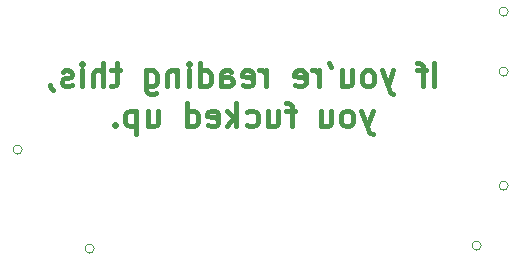
<source format=gbr>
%TF.GenerationSoftware,KiCad,Pcbnew,(5.1.12)-1*%
%TF.CreationDate,2023-01-19T10:38:35-07:00*%
%TF.ProjectId,SpritePCB,53707269-7465-4504-9342-2e6b69636164,rev?*%
%TF.SameCoordinates,Original*%
%TF.FileFunction,Legend,Bot*%
%TF.FilePolarity,Positive*%
%FSLAX46Y46*%
G04 Gerber Fmt 4.6, Leading zero omitted, Abs format (unit mm)*
G04 Created by KiCad (PCBNEW (5.1.12)-1) date 2023-01-19 10:38:35*
%MOMM*%
%LPD*%
G01*
G04 APERTURE LIST*
%ADD10C,0.400000*%
%ADD11C,0.120000*%
G04 APERTURE END LIST*
D10*
X71816476Y-69816761D02*
X71816476Y-67816761D01*
X71149809Y-68483428D02*
X70387904Y-68483428D01*
X70864095Y-69816761D02*
X70864095Y-68102476D01*
X70768857Y-67912000D01*
X70578380Y-67816761D01*
X70387904Y-67816761D01*
X68387904Y-68483428D02*
X67911714Y-69816761D01*
X67435523Y-68483428D02*
X67911714Y-69816761D01*
X68102190Y-70292952D01*
X68197428Y-70388190D01*
X68387904Y-70483428D01*
X66387904Y-69816761D02*
X66578380Y-69721523D01*
X66673619Y-69626285D01*
X66768857Y-69435809D01*
X66768857Y-68864380D01*
X66673619Y-68673904D01*
X66578380Y-68578666D01*
X66387904Y-68483428D01*
X66102190Y-68483428D01*
X65911714Y-68578666D01*
X65816476Y-68673904D01*
X65721238Y-68864380D01*
X65721238Y-69435809D01*
X65816476Y-69626285D01*
X65911714Y-69721523D01*
X66102190Y-69816761D01*
X66387904Y-69816761D01*
X64006952Y-68483428D02*
X64006952Y-69816761D01*
X64864095Y-68483428D02*
X64864095Y-69531047D01*
X64768857Y-69721523D01*
X64578380Y-69816761D01*
X64292666Y-69816761D01*
X64102190Y-69721523D01*
X64006952Y-69626285D01*
X62959333Y-67816761D02*
X63149809Y-68197714D01*
X62102190Y-69816761D02*
X62102190Y-68483428D01*
X62102190Y-68864380D02*
X62006952Y-68673904D01*
X61911714Y-68578666D01*
X61721238Y-68483428D01*
X61530761Y-68483428D01*
X60102190Y-69721523D02*
X60292666Y-69816761D01*
X60673619Y-69816761D01*
X60864095Y-69721523D01*
X60959333Y-69531047D01*
X60959333Y-68769142D01*
X60864095Y-68578666D01*
X60673619Y-68483428D01*
X60292666Y-68483428D01*
X60102190Y-68578666D01*
X60006952Y-68769142D01*
X60006952Y-68959619D01*
X60959333Y-69150095D01*
X57626000Y-69816761D02*
X57626000Y-68483428D01*
X57626000Y-68864380D02*
X57530761Y-68673904D01*
X57435523Y-68578666D01*
X57245047Y-68483428D01*
X57054571Y-68483428D01*
X55626000Y-69721523D02*
X55816476Y-69816761D01*
X56197428Y-69816761D01*
X56387904Y-69721523D01*
X56483142Y-69531047D01*
X56483142Y-68769142D01*
X56387904Y-68578666D01*
X56197428Y-68483428D01*
X55816476Y-68483428D01*
X55626000Y-68578666D01*
X55530761Y-68769142D01*
X55530761Y-68959619D01*
X56483142Y-69150095D01*
X53816476Y-69816761D02*
X53816476Y-68769142D01*
X53911714Y-68578666D01*
X54102190Y-68483428D01*
X54483142Y-68483428D01*
X54673619Y-68578666D01*
X53816476Y-69721523D02*
X54006952Y-69816761D01*
X54483142Y-69816761D01*
X54673619Y-69721523D01*
X54768857Y-69531047D01*
X54768857Y-69340571D01*
X54673619Y-69150095D01*
X54483142Y-69054857D01*
X54006952Y-69054857D01*
X53816476Y-68959619D01*
X52006952Y-69816761D02*
X52006952Y-67816761D01*
X52006952Y-69721523D02*
X52197428Y-69816761D01*
X52578380Y-69816761D01*
X52768857Y-69721523D01*
X52864095Y-69626285D01*
X52959333Y-69435809D01*
X52959333Y-68864380D01*
X52864095Y-68673904D01*
X52768857Y-68578666D01*
X52578380Y-68483428D01*
X52197428Y-68483428D01*
X52006952Y-68578666D01*
X51054571Y-69816761D02*
X51054571Y-68483428D01*
X51054571Y-67816761D02*
X51149809Y-67912000D01*
X51054571Y-68007238D01*
X50959333Y-67912000D01*
X51054571Y-67816761D01*
X51054571Y-68007238D01*
X50102190Y-68483428D02*
X50102190Y-69816761D01*
X50102190Y-68673904D02*
X50006952Y-68578666D01*
X49816476Y-68483428D01*
X49530761Y-68483428D01*
X49340285Y-68578666D01*
X49245047Y-68769142D01*
X49245047Y-69816761D01*
X47435523Y-68483428D02*
X47435523Y-70102476D01*
X47530761Y-70292952D01*
X47626000Y-70388190D01*
X47816476Y-70483428D01*
X48102190Y-70483428D01*
X48292666Y-70388190D01*
X47435523Y-69721523D02*
X47626000Y-69816761D01*
X48006952Y-69816761D01*
X48197428Y-69721523D01*
X48292666Y-69626285D01*
X48387904Y-69435809D01*
X48387904Y-68864380D01*
X48292666Y-68673904D01*
X48197428Y-68578666D01*
X48006952Y-68483428D01*
X47626000Y-68483428D01*
X47435523Y-68578666D01*
X45245047Y-68483428D02*
X44483142Y-68483428D01*
X44959333Y-67816761D02*
X44959333Y-69531047D01*
X44864095Y-69721523D01*
X44673619Y-69816761D01*
X44483142Y-69816761D01*
X43816476Y-69816761D02*
X43816476Y-67816761D01*
X42959333Y-69816761D02*
X42959333Y-68769142D01*
X43054571Y-68578666D01*
X43245047Y-68483428D01*
X43530761Y-68483428D01*
X43721238Y-68578666D01*
X43816476Y-68673904D01*
X42006952Y-69816761D02*
X42006952Y-68483428D01*
X42006952Y-67816761D02*
X42102190Y-67912000D01*
X42006952Y-68007238D01*
X41911714Y-67912000D01*
X42006952Y-67816761D01*
X42006952Y-68007238D01*
X41149809Y-69721523D02*
X40959333Y-69816761D01*
X40578380Y-69816761D01*
X40387904Y-69721523D01*
X40292666Y-69531047D01*
X40292666Y-69435809D01*
X40387904Y-69245333D01*
X40578380Y-69150095D01*
X40864095Y-69150095D01*
X41054571Y-69054857D01*
X41149809Y-68864380D01*
X41149809Y-68769142D01*
X41054571Y-68578666D01*
X40864095Y-68483428D01*
X40578380Y-68483428D01*
X40387904Y-68578666D01*
X39340285Y-69721523D02*
X39340285Y-69816761D01*
X39435523Y-70007238D01*
X39530761Y-70102476D01*
X66626000Y-71883428D02*
X66149809Y-73216761D01*
X65673619Y-71883428D02*
X66149809Y-73216761D01*
X66340285Y-73692952D01*
X66435523Y-73788190D01*
X66626000Y-73883428D01*
X64626000Y-73216761D02*
X64816476Y-73121523D01*
X64911714Y-73026285D01*
X65006952Y-72835809D01*
X65006952Y-72264380D01*
X64911714Y-72073904D01*
X64816476Y-71978666D01*
X64626000Y-71883428D01*
X64340285Y-71883428D01*
X64149809Y-71978666D01*
X64054571Y-72073904D01*
X63959333Y-72264380D01*
X63959333Y-72835809D01*
X64054571Y-73026285D01*
X64149809Y-73121523D01*
X64340285Y-73216761D01*
X64626000Y-73216761D01*
X62245047Y-71883428D02*
X62245047Y-73216761D01*
X63102190Y-71883428D02*
X63102190Y-72931047D01*
X63006952Y-73121523D01*
X62816476Y-73216761D01*
X62530761Y-73216761D01*
X62340285Y-73121523D01*
X62245047Y-73026285D01*
X60054571Y-71883428D02*
X59292666Y-71883428D01*
X59768857Y-73216761D02*
X59768857Y-71502476D01*
X59673619Y-71312000D01*
X59483142Y-71216761D01*
X59292666Y-71216761D01*
X57768857Y-71883428D02*
X57768857Y-73216761D01*
X58626000Y-71883428D02*
X58626000Y-72931047D01*
X58530761Y-73121523D01*
X58340285Y-73216761D01*
X58054571Y-73216761D01*
X57864095Y-73121523D01*
X57768857Y-73026285D01*
X55959333Y-73121523D02*
X56149809Y-73216761D01*
X56530761Y-73216761D01*
X56721238Y-73121523D01*
X56816476Y-73026285D01*
X56911714Y-72835809D01*
X56911714Y-72264380D01*
X56816476Y-72073904D01*
X56721238Y-71978666D01*
X56530761Y-71883428D01*
X56149809Y-71883428D01*
X55959333Y-71978666D01*
X55102190Y-73216761D02*
X55102190Y-71216761D01*
X54911714Y-72454857D02*
X54340285Y-73216761D01*
X54340285Y-71883428D02*
X55102190Y-72645333D01*
X52721238Y-73121523D02*
X52911714Y-73216761D01*
X53292666Y-73216761D01*
X53483142Y-73121523D01*
X53578380Y-72931047D01*
X53578380Y-72169142D01*
X53483142Y-71978666D01*
X53292666Y-71883428D01*
X52911714Y-71883428D01*
X52721238Y-71978666D01*
X52626000Y-72169142D01*
X52626000Y-72359619D01*
X53578380Y-72550095D01*
X50911714Y-73216761D02*
X50911714Y-71216761D01*
X50911714Y-73121523D02*
X51102190Y-73216761D01*
X51483142Y-73216761D01*
X51673619Y-73121523D01*
X51768857Y-73026285D01*
X51864095Y-72835809D01*
X51864095Y-72264380D01*
X51768857Y-72073904D01*
X51673619Y-71978666D01*
X51483142Y-71883428D01*
X51102190Y-71883428D01*
X50911714Y-71978666D01*
X47578380Y-71883428D02*
X47578380Y-73216761D01*
X48435523Y-71883428D02*
X48435523Y-72931047D01*
X48340285Y-73121523D01*
X48149809Y-73216761D01*
X47864095Y-73216761D01*
X47673619Y-73121523D01*
X47578380Y-73026285D01*
X46626000Y-71883428D02*
X46626000Y-73883428D01*
X46626000Y-71978666D02*
X46435523Y-71883428D01*
X46054571Y-71883428D01*
X45864095Y-71978666D01*
X45768857Y-72073904D01*
X45673619Y-72264380D01*
X45673619Y-72835809D01*
X45768857Y-73026285D01*
X45864095Y-73121523D01*
X46054571Y-73216761D01*
X46435523Y-73216761D01*
X46626000Y-73121523D01*
X44816476Y-73026285D02*
X44721238Y-73121523D01*
X44816476Y-73216761D01*
X44911714Y-73121523D01*
X44816476Y-73026285D01*
X44816476Y-73216761D01*
D11*
%TO.C,J6*%
X36957000Y-75184000D02*
G75*
G03*
X36957000Y-75184000I-381000J0D01*
G01*
%TO.C,J7*%
X78105000Y-68580001D02*
G75*
G03*
X78105000Y-68580001I-381000J0D01*
G01*
%TO.C,J5*%
X43052999Y-83566000D02*
G75*
G03*
X43052999Y-83566000I-381000J0D01*
G01*
%TO.C,J4*%
X78105000Y-63500001D02*
G75*
G03*
X78105000Y-63500001I-381000J0D01*
G01*
%TO.C,J3*%
X78105000Y-78242000D02*
G75*
G03*
X78105000Y-78242000I-381000J0D01*
G01*
%TO.C,J2*%
X75819000Y-83312000D02*
G75*
G03*
X75819000Y-83312000I-381000J0D01*
G01*
%TD*%
M02*

</source>
